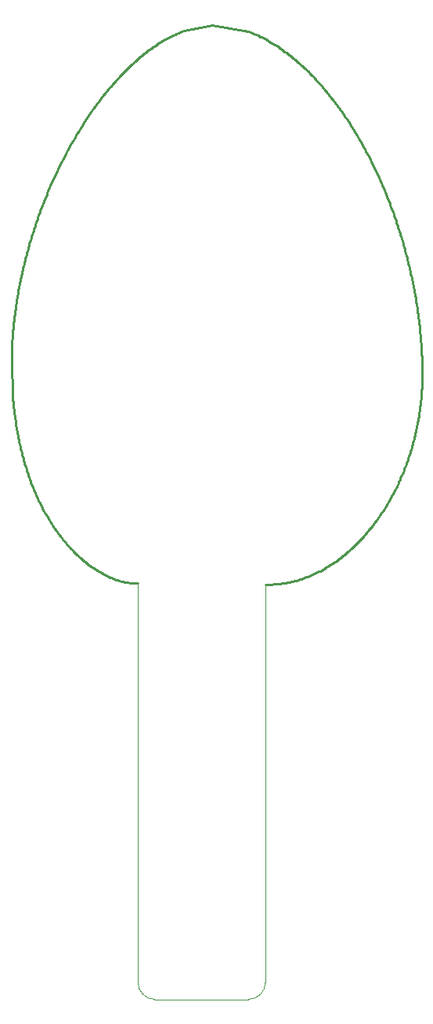
<source format=gbr>
G04 #@! TF.GenerationSoftware,KiCad,Pcbnew,5.1.5+dfsg1-2build2*
G04 #@! TF.CreationDate,2020-11-24T14:56:23+01:00*
G04 #@! TF.ProjectId,GreenEggs_and_Clem,47726565-6e45-4676-9773-5f616e645f43,v0.1*
G04 #@! TF.SameCoordinates,Original*
G04 #@! TF.FileFunction,Profile,NP*
%FSLAX46Y46*%
G04 Gerber Fmt 4.6, Leading zero omitted, Abs format (unit mm)*
G04 Created by KiCad (PCBNEW 5.1.5+dfsg1-2build2) date 2020-11-24 14:56:23*
%MOMM*%
%LPD*%
G04 APERTURE LIST*
%ADD10C,0.050000*%
%ADD11C,0.225000*%
G04 APERTURE END LIST*
D10*
X137890000Y-146940000D02*
X137890000Y-103820000D01*
X151679295Y-146976787D02*
X151679295Y-103990000D01*
X139689991Y-148779351D02*
X149850000Y-148779636D01*
X151679295Y-146976787D02*
G75*
G02X149850000Y-148779636I-1839295J36787D01*
G01*
X139689991Y-148779351D02*
G75*
G02X137890000Y-146940000I50009J1849351D01*
G01*
D11*
X137890000Y-103820000D02*
X137677601Y-103833487D01*
X137677601Y-103833487D02*
X137454041Y-103836747D01*
X137454041Y-103836747D02*
X137235763Y-103829864D01*
X137235763Y-103829864D02*
X137023794Y-103814257D01*
X137023794Y-103814257D02*
X136819047Y-103791280D01*
X136819047Y-103791280D02*
X136622332Y-103762230D01*
X136622332Y-103762230D02*
X136430423Y-103727567D01*
X136430423Y-103727567D02*
X136243800Y-103688075D01*
X136243800Y-103688075D02*
X136058856Y-103643482D01*
X136058856Y-103643482D02*
X135879938Y-103595306D01*
X135879938Y-103595306D02*
X135703284Y-103542990D01*
X135703284Y-103542990D02*
X135529104Y-103486877D01*
X135529104Y-103486877D02*
X135361806Y-103428817D01*
X135361806Y-103428817D02*
X135197434Y-103367855D01*
X135197434Y-103367855D02*
X135031895Y-103302581D01*
X135031895Y-103302581D02*
X134869543Y-103234820D01*
X134869543Y-103234820D02*
X134710525Y-103164881D01*
X134710525Y-103164881D02*
X134554975Y-103093076D01*
X134554975Y-103093076D02*
X134403014Y-103019701D01*
X134403014Y-103019701D02*
X134250381Y-102942801D01*
X134250381Y-102942801D02*
X134101519Y-102864714D01*
X134101519Y-102864714D02*
X133952119Y-102783284D01*
X133952119Y-102783284D02*
X133806645Y-102701043D01*
X133806645Y-102701043D02*
X133660750Y-102615633D01*
X133660750Y-102615633D02*
X133514482Y-102527052D01*
X133514482Y-102527052D02*
X133372327Y-102438115D01*
X133372327Y-102438115D02*
X133234352Y-102349095D01*
X133234352Y-102349095D02*
X133096156Y-102257254D01*
X133096156Y-102257254D02*
X132962243Y-102165685D01*
X132962243Y-102165685D02*
X132828187Y-102071457D01*
X132828187Y-102071457D02*
X132694023Y-101974571D01*
X132694023Y-101974571D02*
X132564258Y-101878378D01*
X132564258Y-101878378D02*
X132434447Y-101779685D01*
X132434447Y-101779685D02*
X132304624Y-101678490D01*
X132304624Y-101678490D02*
X132179293Y-101578405D01*
X132179293Y-101578405D02*
X132049529Y-101472274D01*
X132049529Y-101472274D02*
X131924309Y-101367411D01*
X131924309Y-101367411D02*
X131799180Y-101260194D01*
X131799180Y-101260194D02*
X131674173Y-101150618D01*
X131674173Y-101150618D02*
X131553771Y-101042717D01*
X131553771Y-101042717D02*
X131433526Y-100932613D01*
X131433526Y-100932613D02*
X131313465Y-100820303D01*
X131313465Y-100820303D02*
X131198047Y-100710063D01*
X131198047Y-100710063D02*
X131082841Y-100597768D01*
X131082841Y-100597768D02*
X130963453Y-100478977D01*
X130963453Y-100478977D02*
X130848746Y-100362480D01*
X130848746Y-100362480D02*
X130734315Y-100243918D01*
X130734315Y-100243918D02*
X130624568Y-100127965D01*
X130624568Y-100127965D02*
X130515112Y-100010094D01*
X130515112Y-100010094D02*
X130405971Y-99890303D01*
X130405971Y-99890303D02*
X130297161Y-99768586D01*
X130297161Y-99768586D02*
X130188700Y-99644940D01*
X130188700Y-99644940D02*
X130080608Y-99519362D01*
X130080608Y-99519362D02*
X129968602Y-99386707D01*
X129968602Y-99386707D02*
X129861321Y-99257179D01*
X129861321Y-99257179D02*
X129758730Y-99131002D01*
X129758730Y-99131002D02*
X129652299Y-98997662D01*
X129652299Y-98997662D02*
X129550560Y-98867823D01*
X129550560Y-98867823D02*
X129440841Y-98725132D01*
X129440841Y-98725132D02*
X129335853Y-98585936D01*
X129335853Y-98585936D02*
X129235552Y-98450462D01*
X129235552Y-98450462D02*
X129135742Y-98313179D01*
X129135742Y-98313179D02*
X129036442Y-98174081D01*
X129036442Y-98174081D02*
X128941777Y-98039077D01*
X128941777Y-98039077D02*
X128847607Y-97902401D01*
X128847607Y-97902401D02*
X128749894Y-97758003D01*
X128749894Y-97758003D02*
X128652752Y-97611777D01*
X128652752Y-97611777D02*
X128560215Y-97469929D01*
X128560215Y-97469929D02*
X128468236Y-97326401D01*
X128468236Y-97326401D02*
X128380791Y-97187537D01*
X128380791Y-97187537D02*
X128293885Y-97047131D01*
X128293885Y-97047131D02*
X128199702Y-96892196D01*
X128199702Y-96892196D02*
X128113956Y-96748555D01*
X128113956Y-96748555D02*
X128021072Y-96590085D01*
X128021072Y-96590085D02*
X127921241Y-96416324D01*
X127921241Y-96416324D02*
X127837428Y-96267597D01*
X127837428Y-96267597D02*
X127754234Y-96117315D01*
X127754234Y-96117315D02*
X127671668Y-95965470D01*
X127671668Y-95965470D02*
X127586036Y-95805051D01*
X127586036Y-95805051D02*
X127508478Y-95657090D01*
X127508478Y-95657090D02*
X127420584Y-95486238D01*
X127420584Y-95486238D02*
X127344345Y-95335211D01*
X127344345Y-95335211D02*
X127247253Y-95138928D01*
X127247253Y-95138928D02*
X127161848Y-94962460D01*
X127161848Y-94962460D02*
X127049314Y-94724246D01*
X127049314Y-94724246D02*
X126976315Y-94566101D01*
X126976315Y-94566101D02*
X126883471Y-94360649D01*
X126883471Y-94360649D02*
X126774940Y-94114054D01*
X126774940Y-94114054D02*
X126704620Y-93950398D01*
X126704620Y-93950398D02*
X126635030Y-93785291D01*
X126635030Y-93785291D02*
X126540149Y-93554896D01*
X126540149Y-93554896D02*
X126462717Y-93362123D01*
X126462717Y-93362123D02*
X126386289Y-93167447D01*
X126386289Y-93167447D02*
X126317124Y-92987316D01*
X126317124Y-92987316D02*
X126255004Y-92822168D01*
X126255004Y-92822168D02*
X126193611Y-92655689D01*
X126193611Y-92655689D02*
X126123924Y-92462592D01*
X126123924Y-92462592D02*
X126052264Y-92259223D01*
X126052264Y-92259223D02*
X125993382Y-92088279D01*
X125993382Y-92088279D02*
X125935271Y-91915998D01*
X125935271Y-91915998D02*
X125877941Y-91742380D01*
X125877941Y-91742380D02*
X125821401Y-91567419D01*
X125821401Y-91567419D02*
X125757366Y-91364556D01*
X125757366Y-91364556D02*
X125699837Y-91177780D01*
X125699837Y-91177780D02*
X125637866Y-90971514D01*
X125637866Y-90971514D02*
X125584870Y-90790700D01*
X125584870Y-90790700D02*
X125532714Y-90608537D01*
X125532714Y-90608537D02*
X125481411Y-90425024D01*
X125481411Y-90425024D02*
X125428466Y-90230876D01*
X125428466Y-90230876D02*
X125374029Y-90025881D01*
X125374029Y-90025881D02*
X125313465Y-89790937D01*
X125313465Y-89790937D02*
X125256632Y-89563393D01*
X125256632Y-89563393D02*
X125201102Y-89333886D01*
X125201102Y-89333886D02*
X125158075Y-89150802D01*
X125158075Y-89150802D02*
X125094011Y-88868979D01*
X125094011Y-88868979D02*
X125042486Y-88633571D01*
X125042486Y-88633571D02*
X124992325Y-88396187D01*
X124992325Y-88396187D02*
X124947561Y-88176851D01*
X124947561Y-88176851D02*
X124892292Y-87895289D01*
X124892292Y-87895289D02*
X124855884Y-87702691D01*
X124855884Y-87702691D02*
X124814852Y-87478129D01*
X124814852Y-87478129D02*
X124778603Y-87272531D01*
X124778603Y-87272531D02*
X124745105Y-87075933D01*
X124745105Y-87075933D02*
X124710843Y-86867635D01*
X124710843Y-86867635D02*
X124628173Y-86330203D01*
X124628173Y-86330203D02*
X124596121Y-86106280D01*
X124596121Y-86106280D02*
X124553797Y-85794528D01*
X124553797Y-85794528D02*
X124527296Y-85588686D01*
X124527296Y-85588686D02*
X124501779Y-85381581D01*
X124501779Y-85381581D02*
X124473474Y-85140201D01*
X124473474Y-85140201D02*
X124445320Y-84886035D01*
X124445320Y-84886035D02*
X124404234Y-84484487D01*
X124404234Y-84484487D02*
X124355195Y-83942000D01*
X124355195Y-83942000D02*
X124302544Y-83240863D01*
X124302544Y-83240863D02*
X124205343Y-80254171D01*
X124205343Y-80254171D02*
X124205904Y-80028830D01*
X124205904Y-80028830D02*
X124206000Y-80010000D01*
X145905964Y-43676195D02*
X149841042Y-44353901D01*
X149841042Y-44353901D02*
X150073467Y-44440789D01*
X150073467Y-44440789D02*
X150273600Y-44519690D01*
X150273600Y-44519690D02*
X150433538Y-44585459D01*
X150433538Y-44585459D02*
X150665171Y-44684978D01*
X150665171Y-44684978D02*
X150888477Y-44785697D01*
X150888477Y-44785697D02*
X151103475Y-44887092D01*
X151103475Y-44887092D02*
X151262507Y-44964887D01*
X151262507Y-44964887D02*
X151564113Y-45118949D01*
X151564113Y-45118949D02*
X151730456Y-45207572D01*
X151730456Y-45207572D02*
X151888649Y-45294269D01*
X151888649Y-45294269D02*
X152062396Y-45392201D01*
X152062396Y-45392201D02*
X152212211Y-45478924D01*
X152212211Y-45478924D02*
X152353934Y-45562913D01*
X152353934Y-45562913D02*
X152511161Y-45658308D01*
X152511161Y-45658308D02*
X152683801Y-45765747D01*
X152683801Y-45765747D02*
X152848286Y-45870737D01*
X152848286Y-45870737D02*
X153004648Y-45972922D01*
X153004648Y-45972922D02*
X153168512Y-46082509D01*
X153168512Y-46082509D02*
X153308705Y-46178297D01*
X153308705Y-46178297D02*
X153471946Y-46292203D01*
X153471946Y-46292203D02*
X153750974Y-46492825D01*
X153750974Y-46492825D02*
X153959543Y-46647691D01*
X153959543Y-46647691D02*
X154105941Y-46758912D01*
X154105941Y-46758912D02*
X154244341Y-46865975D01*
X154244341Y-46865975D02*
X154382451Y-46974678D01*
X154382451Y-46974678D02*
X154520266Y-47085012D01*
X154520266Y-47085012D02*
X154657779Y-47196969D01*
X154657779Y-47196969D02*
X154855862Y-47361528D01*
X154855862Y-47361528D02*
X155007787Y-47490383D01*
X155007787Y-47490383D02*
X155129038Y-47594878D01*
X155129038Y-47594878D02*
X155257583Y-47707273D01*
X155257583Y-47707273D02*
X155385831Y-47821070D01*
X155385831Y-47821070D02*
X155521292Y-47943080D01*
X155521292Y-47943080D02*
X155656404Y-48066639D01*
X155656404Y-48066639D02*
X155806117Y-48205738D01*
X155806117Y-48205738D02*
X155925569Y-48318383D01*
X155925569Y-48318383D02*
X156044734Y-48432229D01*
X156044734Y-48432229D02*
X156171024Y-48554504D01*
X156171024Y-48554504D02*
X156296981Y-48678123D01*
X156296981Y-48678123D02*
X156525789Y-48906978D01*
X156525789Y-48906978D02*
X156687465Y-49072062D01*
X156687465Y-49072062D02*
X156804674Y-49193502D01*
X156804674Y-49193502D02*
X156958028Y-49354646D01*
X156958028Y-49354646D02*
X157067222Y-49470956D01*
X157067222Y-49470956D02*
X157197872Y-49611852D01*
X157197872Y-49611852D02*
X157306427Y-49730360D01*
X157306427Y-49730360D02*
X157429097Y-49865868D01*
X157429097Y-49865868D02*
X157544198Y-49994556D01*
X157544198Y-49994556D02*
X157666111Y-50132509D01*
X157666111Y-50132509D02*
X157809034Y-50296404D01*
X157809034Y-50296404D02*
X157915860Y-50420451D01*
X157915860Y-50420451D02*
X158036545Y-50562195D01*
X158036545Y-50562195D02*
X158142692Y-50688279D01*
X158142692Y-50688279D02*
X158248514Y-50815312D01*
X158248514Y-50815312D02*
X158807285Y-51508593D01*
X158807285Y-51508593D02*
X158910973Y-51641498D01*
X158910973Y-51641498D02*
X159034937Y-51802181D01*
X159034937Y-51802181D02*
X159158394Y-51964163D01*
X159158394Y-51964163D02*
X159260879Y-52100131D01*
X159260879Y-52100131D02*
X159376593Y-52255300D01*
X159376593Y-52255300D02*
X159512125Y-52439304D01*
X159512125Y-52439304D02*
X159667174Y-52652834D01*
X159667174Y-52652834D02*
X159767817Y-52793188D01*
X159767817Y-52793188D02*
X159874751Y-52943850D01*
X159874751Y-52943850D02*
X159967963Y-53076479D01*
X159967963Y-53076479D02*
X160126969Y-53305563D01*
X160126969Y-53305563D02*
X160245567Y-53478790D01*
X160245567Y-53478790D02*
X160343964Y-53624066D01*
X160343964Y-53624066D02*
X160441962Y-53770171D01*
X160441962Y-53770171D02*
X160552538Y-53936751D01*
X160552538Y-53936751D02*
X160714201Y-54183632D01*
X160714201Y-54183632D02*
X160817064Y-54342814D01*
X160817064Y-54342814D02*
X160919455Y-54502912D01*
X160919455Y-54502912D02*
X161008654Y-54643741D01*
X161008654Y-54643741D02*
X161122796Y-54825820D01*
X161122796Y-54825820D02*
X161242612Y-55019242D01*
X161242612Y-55019242D02*
X161336715Y-55172826D01*
X161336715Y-55172826D02*
X161424150Y-55316868D01*
X161424150Y-55316868D02*
X161542202Y-55513423D01*
X161542202Y-55513423D02*
X161671852Y-55732089D01*
X161671852Y-55732089D02*
X161763923Y-55889184D01*
X161763923Y-55889184D02*
X161849450Y-56036482D01*
X161849450Y-56036482D02*
X161976995Y-56258638D01*
X161976995Y-56258638D02*
X162079587Y-56439537D01*
X162079587Y-56439537D02*
X162169613Y-56599929D01*
X162169613Y-56599929D02*
X162265128Y-56771813D01*
X162265128Y-56771813D02*
X162413294Y-57042014D01*
X162413294Y-57042014D02*
X162554291Y-57303258D01*
X162554291Y-57303258D02*
X162635970Y-57456480D01*
X162635970Y-57456480D02*
X162734581Y-57643348D01*
X162734581Y-57643348D02*
X162821071Y-57808968D01*
X162821071Y-57808968D02*
X163009605Y-58175720D01*
X163009605Y-58175720D02*
X163100147Y-58354714D01*
X163100147Y-58354714D02*
X163184509Y-58523210D01*
X163184509Y-58523210D02*
X163279502Y-58714966D01*
X163279502Y-58714966D02*
X163362777Y-58884861D01*
X163362777Y-58884861D02*
X163445535Y-59055405D01*
X163445535Y-59055405D02*
X163549619Y-59272349D01*
X163549619Y-59272349D02*
X163625774Y-59432855D01*
X163625774Y-59432855D02*
X163701471Y-59593909D01*
X163701471Y-59593909D02*
X163787418Y-59778642D01*
X163787418Y-59778642D02*
X163867442Y-59952467D01*
X163867442Y-59952467D02*
X163941645Y-60115257D01*
X163941645Y-60115257D02*
X164036360Y-60325339D01*
X164036360Y-60325339D02*
X164114688Y-60501071D01*
X164114688Y-60501071D02*
X164192470Y-60677399D01*
X164192470Y-60677399D02*
X164305552Y-60937082D01*
X164305552Y-60937082D02*
X164392113Y-61138607D01*
X164392113Y-61138607D02*
X164462859Y-61305126D01*
X164462859Y-61305126D02*
X164533114Y-61472144D01*
X164533114Y-61472144D02*
X164627670Y-61699600D01*
X164627670Y-61699600D02*
X164706584Y-61891839D01*
X164706584Y-61891839D02*
X164818877Y-62169287D01*
X164818877Y-62169287D02*
X164896191Y-62363054D01*
X164896191Y-62363054D02*
X164968066Y-62545266D01*
X164968066Y-62545266D02*
X165034623Y-62715816D01*
X165034623Y-62715816D02*
X165100663Y-62886825D01*
X165100663Y-62886825D02*
X165170845Y-63070557D01*
X165170845Y-63070557D02*
X165245048Y-63267109D01*
X165245048Y-63267109D02*
X165309414Y-63439573D01*
X165309414Y-63439573D02*
X165373255Y-63612478D01*
X165373255Y-63612478D02*
X165445566Y-63810620D01*
X165445566Y-63810620D02*
X165521634Y-64021766D01*
X165521634Y-64021766D02*
X165583685Y-64196125D01*
X165583685Y-64196125D02*
X165645196Y-64370905D01*
X165645196Y-64370905D02*
X165719161Y-64583705D01*
X165719161Y-64583705D02*
X165783756Y-64771974D01*
X165783756Y-64771974D02*
X165851962Y-64973311D01*
X165851962Y-64973311D02*
X165911052Y-65149914D01*
X165911052Y-65149914D02*
X165969588Y-65326917D01*
X165969588Y-65326917D02*
X166027567Y-65504316D01*
X166027567Y-65504316D02*
X166093141Y-65707531D01*
X166093141Y-65707531D02*
X166149914Y-65885759D01*
X166149914Y-65885759D02*
X166210115Y-66077139D01*
X166210115Y-66077139D02*
X166265714Y-66256151D01*
X166265714Y-66256151D02*
X166324648Y-66448361D01*
X166324648Y-66448361D02*
X166394499Y-66679568D01*
X166394499Y-66679568D02*
X166459589Y-66898479D01*
X166459589Y-66898479D02*
X166538810Y-67169623D01*
X166538810Y-67169623D02*
X166590890Y-67350822D01*
X166590890Y-67350822D02*
X166667904Y-67623262D01*
X166667904Y-67623262D02*
X166722097Y-67818329D01*
X166722097Y-67818329D02*
X166782688Y-68039868D01*
X166782688Y-68039868D02*
X166842394Y-68261890D01*
X166842394Y-68261890D02*
X166914919Y-68536809D01*
X166914919Y-68536809D02*
X166962510Y-68720483D01*
X166962510Y-68720483D02*
X167036061Y-69009741D01*
X167036061Y-69009741D02*
X167082075Y-69194206D01*
X167082075Y-69194206D02*
X167127473Y-69378970D01*
X167127473Y-69378970D02*
X167175423Y-69577260D01*
X167175423Y-69577260D02*
X167225780Y-69789136D01*
X167225780Y-69789136D02*
X167272246Y-69988110D01*
X167272246Y-69988110D02*
X167321013Y-70200704D01*
X167321013Y-70200704D02*
X167380809Y-70466953D01*
X167380809Y-70466953D02*
X167430610Y-70693694D01*
X167430610Y-70693694D02*
X167476620Y-70907453D01*
X167476620Y-70907453D02*
X167521788Y-71121553D01*
X167521788Y-71121553D02*
X167566111Y-71335983D01*
X167566111Y-71335983D02*
X167606892Y-71537305D01*
X167606892Y-71537305D02*
X167644278Y-71725460D01*
X167644278Y-71725460D02*
X167691379Y-71967723D01*
X167691379Y-71967723D02*
X167739916Y-72223867D01*
X167739916Y-72223867D02*
X167779837Y-72439890D01*
X167779837Y-72439890D02*
X167821299Y-72669734D01*
X167821299Y-72669734D02*
X167857063Y-72872803D01*
X167857063Y-72872803D02*
X167892054Y-73076118D01*
X167892054Y-73076118D02*
X167926265Y-73279670D01*
X167926265Y-73279670D02*
X167964098Y-73510644D01*
X167964098Y-73510644D02*
X167996641Y-73714685D01*
X167996641Y-73714685D02*
X168028398Y-73918950D01*
X168028398Y-73918950D02*
X168061398Y-74137068D01*
X168061398Y-74137068D02*
X168099411Y-74396396D01*
X168099411Y-74396396D02*
X168130427Y-74615028D01*
X168130427Y-74615028D02*
X168158675Y-74820201D01*
X168158675Y-74820201D02*
X168186115Y-75025563D01*
X168186115Y-75025563D02*
X168214493Y-75244824D01*
X168214493Y-75244824D02*
X168240254Y-75450567D01*
X168240254Y-75450567D02*
X168266835Y-75670220D01*
X168266835Y-75670220D02*
X168292477Y-75890062D01*
X168292477Y-75890062D02*
X168318696Y-76123851D01*
X168318696Y-76123851D02*
X168349614Y-76412925D01*
X168349614Y-76412925D02*
X168374814Y-76660937D01*
X168374814Y-76660937D02*
X168396202Y-76881567D01*
X168396202Y-76881567D02*
X168415382Y-77088549D01*
X168415382Y-77088549D02*
X168433717Y-77295662D01*
X168433717Y-77295662D02*
X168453472Y-77530541D01*
X168453472Y-77530541D02*
X168472130Y-77765575D01*
X168472130Y-77765575D02*
X168489690Y-78000754D01*
X168489690Y-78000754D02*
X168506143Y-78236072D01*
X168506143Y-78236072D02*
X168520613Y-78457668D01*
X168520613Y-78457668D02*
X168536513Y-78720952D01*
X168536513Y-78720952D02*
X168548819Y-78942775D01*
X168548819Y-78942775D02*
X168561471Y-79192441D01*
X168561471Y-79192441D02*
X168571650Y-79414457D01*
X168571650Y-79414457D02*
X168581365Y-79650438D01*
X168581365Y-79650438D02*
X168590872Y-79914277D01*
X168590872Y-79914277D02*
X168598165Y-80150422D01*
X168598165Y-80150422D02*
X168603975Y-80372737D01*
X168603975Y-80372737D02*
X168609027Y-80609003D01*
X168609027Y-80609003D02*
X168612916Y-80845319D01*
X168612916Y-80845319D02*
X168615036Y-81019110D01*
X168615036Y-81019110D02*
X168616510Y-81242805D01*
X168616510Y-81242805D02*
X168616140Y-81479773D01*
X168616140Y-81479773D02*
X168613914Y-81707208D01*
X168613914Y-81707208D02*
X168609669Y-81943286D01*
X168609669Y-81943286D02*
X168603467Y-82178890D01*
X168603467Y-82178890D02*
X168595663Y-82404966D01*
X168595663Y-82404966D02*
X168586071Y-82630578D01*
X168586071Y-82630578D02*
X168575188Y-82846716D01*
X168575188Y-82846716D02*
X168562673Y-83062403D01*
X168562673Y-83062403D02*
X168548538Y-83277626D01*
X168548538Y-83277626D02*
X168531403Y-83510247D01*
X168531403Y-83510247D02*
X168513152Y-83733383D01*
X168513152Y-83733383D02*
X168494007Y-83947087D01*
X168494007Y-83947087D02*
X168470575Y-84186895D01*
X168470575Y-84186895D02*
X168446126Y-84417195D01*
X168446126Y-84417195D02*
X168422968Y-84620402D01*
X168422968Y-84620402D02*
X168397279Y-84831909D01*
X168397279Y-84831909D02*
X168371211Y-85034083D01*
X168371211Y-85034083D02*
X168340038Y-85262000D01*
X168340038Y-85262000D02*
X168309675Y-85471783D01*
X168309675Y-85471783D02*
X168279150Y-85672270D01*
X168279150Y-85672270D02*
X168244398Y-85889567D01*
X168244398Y-85889567D02*
X168210986Y-86088893D01*
X168210986Y-86088893D02*
X168176205Y-86287648D01*
X168176205Y-86287648D02*
X168138460Y-86494425D01*
X168138460Y-86494425D02*
X168099243Y-86700557D01*
X168099243Y-86700557D02*
X168053369Y-86931669D01*
X168053369Y-86931669D02*
X168014628Y-87119360D01*
X168014628Y-87119360D02*
X167969130Y-87331953D01*
X167969130Y-87331953D02*
X167925895Y-87526879D01*
X167925895Y-87526879D02*
X167883312Y-87712724D01*
X167883312Y-87712724D02*
X167839535Y-87897976D01*
X167839535Y-87897976D02*
X167792500Y-88090996D01*
X167792500Y-88090996D02*
X167737780Y-88308386D01*
X167737780Y-88308386D02*
X167688009Y-88499964D01*
X167688009Y-88499964D02*
X167636968Y-88690850D01*
X167636968Y-88690850D02*
X167584665Y-88881033D01*
X167584665Y-88881033D02*
X167533459Y-89062280D01*
X167533459Y-89062280D02*
X167481111Y-89242867D01*
X167481111Y-89242867D02*
X167422713Y-89439108D01*
X167422713Y-89439108D02*
X167365488Y-89626415D01*
X167365488Y-89626415D02*
X167307040Y-89812969D01*
X167307040Y-89812969D02*
X167249994Y-89990699D01*
X167249994Y-89990699D02*
X167191844Y-90167727D01*
X167191844Y-90167727D02*
X167129876Y-90352035D01*
X167129876Y-90352035D02*
X167069485Y-90527590D01*
X167069485Y-90527590D02*
X167010830Y-90694487D01*
X167010830Y-90694487D02*
X166951193Y-90860708D01*
X166951193Y-90860708D02*
X166890579Y-91026247D01*
X166890579Y-91026247D02*
X166826040Y-91198931D01*
X166826040Y-91198931D02*
X166763448Y-91363053D01*
X166763448Y-91363053D02*
X166699900Y-91526471D01*
X166699900Y-91526471D02*
X166635402Y-91689178D01*
X166635402Y-91689178D02*
X166560533Y-91874248D01*
X166560533Y-91874248D02*
X166490826Y-92043062D01*
X166490826Y-92043062D02*
X166423334Y-92203447D01*
X166423334Y-92203447D02*
X166354917Y-92363090D01*
X166354917Y-92363090D02*
X166275600Y-92544621D01*
X166275600Y-92544621D02*
X166201848Y-92710155D01*
X166201848Y-92710155D02*
X166109975Y-92912159D01*
X166109975Y-92912159D02*
X166037490Y-93068386D01*
X166037490Y-93068386D02*
X165964112Y-93223830D01*
X165964112Y-93223830D02*
X165875606Y-93407850D01*
X165875606Y-93407850D02*
X165796690Y-93568851D01*
X165796690Y-93568851D02*
X165716817Y-93728964D01*
X165716817Y-93728964D02*
X165635994Y-93888184D01*
X165635994Y-93888184D02*
X165550487Y-94053672D01*
X165550487Y-94053672D02*
X165463958Y-94218162D01*
X165463958Y-94218162D02*
X165330339Y-94466540D01*
X165330339Y-94466540D02*
X165249050Y-94614430D01*
X165249050Y-94614430D02*
X165166934Y-94761463D01*
X165166934Y-94761463D02*
X165076050Y-94921501D01*
X165076050Y-94921501D02*
X164976152Y-95094266D01*
X164976152Y-95094266D02*
X164891352Y-95238422D01*
X164891352Y-95238422D02*
X164789351Y-95408872D01*
X164789351Y-95408872D02*
X164698656Y-95557810D01*
X164698656Y-95557810D02*
X164611274Y-95699049D01*
X164611274Y-95699049D02*
X164523110Y-95839373D01*
X164523110Y-95839373D02*
X164434165Y-95978772D01*
X164434165Y-95978772D02*
X164340159Y-96123811D01*
X164340159Y-96123811D02*
X164245312Y-96267821D01*
X164245312Y-96267821D02*
X164154001Y-96404315D01*
X164154001Y-96404315D02*
X164061935Y-96539857D01*
X164061935Y-96539857D02*
X163969125Y-96674435D01*
X163969125Y-96674435D02*
X163866623Y-96820719D01*
X163866623Y-96820719D02*
X163772266Y-96953259D01*
X163772266Y-96953259D02*
X163677181Y-97084814D01*
X163677181Y-97084814D02*
X163572214Y-97227760D01*
X163572214Y-97227760D02*
X163466387Y-97369507D01*
X163466387Y-97369507D02*
X163364364Y-97503956D01*
X163364364Y-97503956D02*
X163266263Y-97631256D01*
X163266263Y-97631256D02*
X163162743Y-97763518D01*
X163162743Y-97763518D02*
X163048947Y-97906514D01*
X163048947Y-97906514D02*
X162943854Y-98036400D01*
X162943854Y-98036400D02*
X162799346Y-98211660D01*
X162799346Y-98211660D02*
X162668127Y-98367550D01*
X162668127Y-98367550D02*
X162555484Y-98498951D01*
X162555484Y-98498951D02*
X162437109Y-98634690D01*
X162437109Y-98634690D02*
X162327859Y-98757874D01*
X162327859Y-98757874D02*
X162192818Y-98907412D01*
X162192818Y-98907412D02*
X162082012Y-99027910D01*
X162082012Y-99027910D02*
X161970522Y-99147192D01*
X161970522Y-99147192D02*
X161837883Y-99286577D01*
X161837883Y-99286577D02*
X161719768Y-99408439D01*
X161719768Y-99408439D02*
X161600926Y-99528940D01*
X161600926Y-99528940D02*
X161470936Y-99658363D01*
X161470936Y-99658363D02*
X161355852Y-99770905D01*
X161355852Y-99770905D02*
X161224298Y-99897246D01*
X161224298Y-99897246D02*
X161107852Y-100007057D01*
X161107852Y-100007057D02*
X160990782Y-100115577D01*
X160990782Y-100115577D02*
X160840883Y-100251808D01*
X160840883Y-100251808D02*
X160711612Y-100366888D01*
X160711612Y-100366888D02*
X160587054Y-100475699D01*
X160587054Y-100475699D02*
X160461845Y-100583055D01*
X160461845Y-100583055D02*
X160335994Y-100688950D01*
X160335994Y-100688950D02*
X160187443Y-100811379D01*
X160187443Y-100811379D02*
X160043580Y-100927342D01*
X160043580Y-100927342D02*
X159910086Y-101032688D01*
X159910086Y-101032688D02*
X159781530Y-101132107D01*
X159781530Y-101132107D02*
X159646746Y-101234232D01*
X159646746Y-101234232D02*
X159511318Y-101334695D01*
X159511318Y-101334695D02*
X159363885Y-101441643D01*
X159363885Y-101441643D02*
X159215720Y-101546614D01*
X159215720Y-101546614D02*
X159072570Y-101645668D01*
X159072570Y-101645668D02*
X158934530Y-101739017D01*
X158934530Y-101739017D02*
X158790102Y-101834426D01*
X158790102Y-101834426D02*
X158645036Y-101927958D01*
X158645036Y-101927958D02*
X158505183Y-102015969D01*
X158505183Y-102015969D02*
X158364760Y-102102227D01*
X158364760Y-102102227D02*
X158206115Y-102197157D01*
X158206115Y-102197157D02*
X158046775Y-102289837D01*
X158046775Y-102289837D02*
X157892690Y-102376942D01*
X157892690Y-102376942D02*
X157737984Y-102461933D01*
X157737984Y-102461933D02*
X157588653Y-102541646D01*
X157588653Y-102541646D02*
X157432762Y-102622448D01*
X157432762Y-102622448D02*
X157276282Y-102701090D01*
X157276282Y-102701090D02*
X157113174Y-102780458D01*
X157113174Y-102780458D02*
X156955536Y-102854663D01*
X156955536Y-102854663D02*
X156791245Y-102929389D01*
X156791245Y-102929389D02*
X156614141Y-103006991D01*
X156614141Y-103006991D02*
X156454797Y-103074206D01*
X156454797Y-103074206D02*
X156282619Y-103144080D01*
X156282619Y-103144080D02*
X156109860Y-103211333D01*
X156109860Y-103211333D02*
X155942730Y-103273686D01*
X155942730Y-103273686D02*
X155775086Y-103333570D01*
X155775086Y-103333570D02*
X155606933Y-103390964D01*
X155606933Y-103390964D02*
X155425784Y-103449827D01*
X155425784Y-103449827D02*
X155225257Y-103511405D01*
X155225257Y-103511405D02*
X155036672Y-103565898D01*
X155036672Y-103565898D02*
X154847536Y-103617236D01*
X154847536Y-103617236D02*
X154657867Y-103665399D01*
X154657867Y-103665399D02*
X154474029Y-103708917D01*
X154474029Y-103708917D02*
X154270633Y-103753445D01*
X154270633Y-103753445D02*
X154079452Y-103791841D01*
X154079452Y-103791841D02*
X153868621Y-103830305D01*
X153868621Y-103830305D02*
X153670080Y-103862816D01*
X153670080Y-103862816D02*
X153458231Y-103893539D01*
X153458231Y-103893539D02*
X153252334Y-103919478D01*
X153252334Y-103919478D02*
X153045997Y-103941596D01*
X153045997Y-103941596D02*
X152813372Y-103961880D01*
X152813372Y-103961880D02*
X152593214Y-103976534D01*
X152593214Y-103976534D02*
X152366141Y-103987015D01*
X152366141Y-103987015D02*
X152145161Y-103992691D01*
X152145161Y-103992691D02*
X151917300Y-103993861D01*
X151917300Y-103993861D02*
X151695607Y-103990429D01*
X151695607Y-103990429D02*
X151679295Y-103990000D01*
X168615036Y-81019110D02*
X168615036Y-81019110D01*
X124206000Y-80010000D02*
X124208165Y-79751853D01*
X124208165Y-79751853D02*
X124211451Y-79524991D01*
X124211451Y-79524991D02*
X124217215Y-79247476D01*
X124217215Y-79247476D02*
X124223352Y-79020234D01*
X124223352Y-79020234D02*
X124230764Y-78792839D01*
X124230764Y-78792839D02*
X124239440Y-78565299D01*
X124239440Y-78565299D02*
X124249377Y-78337629D01*
X124249377Y-78337629D02*
X124259912Y-78122491D01*
X124259912Y-78122491D02*
X124271561Y-77907255D01*
X124271561Y-77907255D02*
X124284320Y-77691927D01*
X124284320Y-77691927D02*
X124298181Y-77476514D01*
X124298181Y-77476514D02*
X124313139Y-77261028D01*
X124313139Y-77261028D02*
X124329190Y-77045475D01*
X124329190Y-77045475D02*
X124347370Y-76817182D01*
X124347370Y-76817182D02*
X124365652Y-76601521D01*
X124365652Y-76601521D02*
X124385014Y-76385821D01*
X124385014Y-76385821D02*
X124405444Y-76170093D01*
X124405444Y-76170093D02*
X124426941Y-75954342D01*
X124426941Y-75954342D02*
X124449497Y-75738577D01*
X124449497Y-75738577D02*
X124471693Y-75535501D01*
X124471693Y-75535501D02*
X124496294Y-75319736D01*
X124496294Y-75319736D02*
X124521941Y-75103987D01*
X124521941Y-75103987D02*
X124548627Y-74888257D01*
X124548627Y-74888257D02*
X124574690Y-74685245D01*
X124574690Y-74685245D02*
X124603379Y-74469582D01*
X124603379Y-74469582D02*
X124631318Y-74266649D01*
X124631318Y-74266649D02*
X124660159Y-74063766D01*
X124660159Y-74063766D02*
X124689899Y-73860938D01*
X124689899Y-73860938D02*
X124720535Y-73658174D01*
X124720535Y-73658174D02*
X124752061Y-73455483D01*
X124752061Y-73455483D02*
X124784470Y-73252868D01*
X124784470Y-73252868D02*
X124817762Y-73050338D01*
X124817762Y-73050338D02*
X124851931Y-72847903D01*
X124851931Y-72847903D02*
X124886972Y-72645568D01*
X124886972Y-72645568D02*
X124922881Y-72443339D01*
X124922881Y-72443339D02*
X124961983Y-72228598D01*
X124961983Y-72228598D02*
X125002055Y-72013997D01*
X125002055Y-72013997D02*
X125038212Y-71824763D01*
X125038212Y-71824763D02*
X125075116Y-71635649D01*
X125075116Y-71635649D02*
X125115301Y-71434069D01*
X125115301Y-71434069D02*
X125153740Y-71245223D01*
X125153740Y-71245223D02*
X125195553Y-71043942D01*
X125195553Y-71043942D02*
X125235510Y-70855391D01*
X125235510Y-70855391D02*
X125276196Y-70666991D01*
X125276196Y-70666991D02*
X125320394Y-70466205D01*
X125320394Y-70466205D02*
X125371099Y-70240544D01*
X125371099Y-70240544D02*
X125417034Y-70040162D01*
X125417034Y-70040162D02*
X125466732Y-69827477D01*
X125466732Y-69827477D02*
X125511338Y-69640011D01*
X125511338Y-69640011D02*
X125568854Y-69402828D01*
X125568854Y-69402828D02*
X125615056Y-69215800D01*
X125615056Y-69215800D02*
X125665105Y-69016529D01*
X125665105Y-69016529D02*
X125712744Y-68829931D01*
X125712744Y-68829931D02*
X125764321Y-68631130D01*
X125764321Y-68631130D02*
X125826581Y-68395384D01*
X125826581Y-68395384D02*
X125876507Y-68209529D01*
X125876507Y-68209529D02*
X125927111Y-68023909D01*
X125927111Y-68023909D02*
X125988727Y-67801487D01*
X125988727Y-67801487D02*
X126044305Y-67604079D01*
X126044305Y-67604079D02*
X126097100Y-67419274D01*
X126097100Y-67419274D02*
X126150557Y-67234730D01*
X126150557Y-67234730D02*
X126211939Y-67025905D01*
X126211939Y-67025905D02*
X126266795Y-66841937D01*
X126266795Y-66841937D02*
X126333485Y-66621550D01*
X126333485Y-66621550D02*
X126393548Y-66425998D01*
X126393548Y-66425998D02*
X126454343Y-66230781D01*
X126454343Y-66230781D02*
X126519732Y-66023736D01*
X126519732Y-66023736D02*
X126585939Y-65817086D01*
X126585939Y-65817086D02*
X126641072Y-65647209D01*
X126641072Y-65647209D02*
X126696752Y-65477608D01*
X126696752Y-65477608D02*
X126752975Y-65308291D01*
X126752975Y-65308291D02*
X126809740Y-65139262D01*
X126809740Y-65139262D02*
X126875273Y-64946445D01*
X126875273Y-64946445D02*
X126937346Y-64766036D01*
X126937346Y-64766036D02*
X127000028Y-64585974D01*
X127000028Y-64585974D02*
X127059078Y-64418237D01*
X127059078Y-64418237D02*
X127144348Y-64179158D01*
X127144348Y-64179158D02*
X127204672Y-64012195D01*
X127204672Y-64012195D02*
X127265510Y-63845554D01*
X127265510Y-63845554D02*
X127326866Y-63679245D01*
X127326866Y-63679245D02*
X127393176Y-63501428D01*
X127393176Y-63501428D02*
X127478006Y-63276759D01*
X127478006Y-63276759D02*
X127541108Y-63111620D01*
X127541108Y-63111620D02*
X127618407Y-62911570D01*
X127618407Y-62911570D02*
X127682619Y-62747219D01*
X127682619Y-62747219D02*
X127747326Y-62583235D01*
X127747326Y-62583235D02*
X127812527Y-62419616D01*
X127812527Y-62419616D02*
X127878218Y-62256370D01*
X127878218Y-62256370D02*
X127944397Y-62093502D01*
X127944397Y-62093502D02*
X128020624Y-61907836D01*
X128020624Y-61907836D02*
X128087838Y-61745796D01*
X128087838Y-61745796D02*
X128165238Y-61561086D01*
X128165238Y-61561086D02*
X128238365Y-61388397D01*
X128238365Y-61388397D02*
X128331769Y-61170321D01*
X128331769Y-61170321D02*
X128426034Y-60953003D01*
X128426034Y-60953003D02*
X128496040Y-60793364D01*
X128496040Y-60793364D02*
X128586723Y-60588735D01*
X128586723Y-60588735D02*
X128657777Y-60430069D01*
X128657777Y-60430069D02*
X128734412Y-60260551D01*
X128734412Y-60260551D02*
X128806402Y-60102787D01*
X128806402Y-60102787D02*
X128878844Y-59945470D01*
X128878844Y-59945470D02*
X128956951Y-59777410D01*
X128956951Y-59777410D02*
X129061886Y-59554143D01*
X129061886Y-59554143D02*
X129146475Y-59376205D01*
X129146475Y-59376205D02*
X129253011Y-59154639D01*
X129253011Y-59154639D02*
X129328109Y-59000118D01*
X129328109Y-59000118D02*
X129403634Y-58846075D01*
X129403634Y-58846075D02*
X129485026Y-58681563D01*
X129485026Y-58681563D02*
X129577853Y-58495796D01*
X129577853Y-58495796D02*
X129654763Y-58343359D01*
X129654763Y-58343359D02*
X129732087Y-58191419D01*
X129732087Y-58191419D02*
X129809822Y-58039983D01*
X129809822Y-58039983D02*
X129899163Y-57867535D01*
X129899163Y-57867535D02*
X129983401Y-57706477D01*
X129983401Y-57706477D02*
X130090768Y-57503326D01*
X130090768Y-57503326D02*
X130187455Y-57322380D01*
X130187455Y-57322380D02*
X130267515Y-57173955D01*
X130267515Y-57173955D02*
X130365260Y-56994447D01*
X130365260Y-56994447D02*
X130457779Y-56826230D01*
X130457779Y-56826230D02*
X130544971Y-56669175D01*
X130544971Y-56669175D02*
X130626747Y-56523164D01*
X130626747Y-56523164D02*
X130714783Y-56367345D01*
X130714783Y-56367345D02*
X130809166Y-56201851D01*
X130809166Y-56201851D02*
X130898091Y-56047377D01*
X130898091Y-56047377D02*
X130981471Y-55903794D01*
X130981471Y-55903794D02*
X131071212Y-55750599D01*
X131071212Y-55750599D02*
X131191518Y-55547386D01*
X131191518Y-55547386D02*
X131306485Y-55355450D01*
X131306485Y-55355450D02*
X131409906Y-55184652D01*
X131409906Y-55184652D02*
X131495466Y-55044663D01*
X131495466Y-55044663D02*
X131605984Y-54865575D01*
X131605984Y-54865575D02*
X131704700Y-54707237D01*
X131704700Y-54707237D02*
X131853610Y-54471253D01*
X131853610Y-54471253D02*
X131947183Y-54324703D01*
X131947183Y-54324703D02*
X132047415Y-54169183D01*
X132047415Y-54169183D02*
X132148079Y-54014500D01*
X132148079Y-54014500D02*
X132255501Y-53851075D01*
X132255501Y-53851075D02*
X132388859Y-53650524D01*
X132388859Y-53650524D02*
X132561368Y-53394852D01*
X132561368Y-53394852D02*
X132657712Y-53253885D01*
X132657712Y-53253885D02*
X132799662Y-53048534D01*
X132799662Y-53048534D02*
X132896878Y-52909484D01*
X132896878Y-52909484D02*
X132994440Y-52771222D01*
X132994440Y-52771222D02*
X133092346Y-52633756D01*
X133092346Y-52633756D02*
X133197154Y-52488007D01*
X133197154Y-52488007D02*
X133302343Y-52343175D01*
X133302343Y-52343175D02*
X133401303Y-52208235D01*
X133401303Y-52208235D02*
X133500590Y-52074114D01*
X133500590Y-52074114D02*
X133620164Y-51914259D01*
X133620164Y-51914259D02*
X133720162Y-51781960D01*
X133720162Y-51781960D02*
X133840576Y-51624308D01*
X133840576Y-51624308D02*
X133981631Y-51441921D01*
X133981631Y-51441921D02*
X134089506Y-51304083D01*
X134089506Y-51304083D02*
X134190953Y-51175747D01*
X134190953Y-51175747D02*
X134292700Y-51048276D01*
X134292700Y-51048276D02*
X134394743Y-50921679D01*
X134394743Y-50921679D02*
X134503914Y-50787612D01*
X134503914Y-50787612D02*
X134613411Y-50654549D01*
X134613411Y-50654549D02*
X134736985Y-50506064D01*
X134736985Y-50506064D02*
X134860964Y-50358874D01*
X134860964Y-50358874D02*
X134964584Y-50237212D01*
X134964584Y-50237212D02*
X135137888Y-50036466D01*
X135137888Y-50036466D02*
X135256160Y-49901421D01*
X135256160Y-49901421D02*
X135388748Y-49751899D01*
X135388748Y-49751899D02*
X135500722Y-49627149D01*
X135500722Y-49627149D02*
X135620011Y-49495778D01*
X135620011Y-49495778D02*
X135732575Y-49373248D01*
X135732575Y-49373248D02*
X135873680Y-49221616D01*
X135873680Y-49221616D02*
X136008125Y-49079148D01*
X136008125Y-49079148D02*
X136121638Y-48960387D01*
X136121638Y-48960387D02*
X136242537Y-48835419D01*
X136242537Y-48835419D02*
X136378009Y-48697247D01*
X136378009Y-48697247D02*
X136499524Y-48574967D01*
X136499524Y-48574967D02*
X136628498Y-48446889D01*
X136628498Y-48446889D02*
X136750594Y-48327261D01*
X136750594Y-48327261D02*
X136865756Y-48215857D01*
X136865756Y-48215857D02*
X137046169Y-48044112D01*
X137046169Y-48044112D02*
X137190909Y-47908773D01*
X137190909Y-47908773D02*
X137328734Y-47781908D01*
X137328734Y-47781908D02*
X137459592Y-47663265D01*
X137459592Y-47663265D02*
X137590723Y-47546138D01*
X137590723Y-47546138D02*
X137714813Y-47436919D01*
X137714813Y-47436919D02*
X137868418Y-47303889D01*
X137868418Y-47303889D02*
X138000355Y-47191541D01*
X138000355Y-47191541D02*
X138147241Y-47068535D01*
X138147241Y-47068535D02*
X138279689Y-46959486D01*
X138279689Y-46959486D02*
X138404995Y-46857944D01*
X138404995Y-46857944D02*
X138560063Y-46734467D01*
X138560063Y-46734467D02*
X138693219Y-46630365D01*
X138693219Y-46630365D02*
X138826587Y-46527875D01*
X138826587Y-46527875D02*
X139019596Y-46382698D01*
X139019596Y-46382698D02*
X139153461Y-46284191D01*
X139153461Y-46284191D02*
X139302426Y-46176670D01*
X139302426Y-46176670D02*
X139474018Y-46055554D01*
X139474018Y-46055554D02*
X139645900Y-45937167D01*
X139645900Y-45937167D02*
X139788100Y-45841443D01*
X139788100Y-45841443D02*
X139945478Y-45737844D01*
X139945478Y-45737844D02*
X140095560Y-45641340D01*
X140095560Y-45641340D02*
X140253343Y-45542293D01*
X140253343Y-45542293D02*
X140396264Y-45454711D01*
X140396264Y-45454711D02*
X140539339Y-45369073D01*
X140539339Y-45369073D02*
X140682556Y-45285388D01*
X140682556Y-45285388D02*
X140878755Y-45174058D01*
X140878755Y-45174058D02*
X141044956Y-45082759D01*
X141044956Y-45082759D02*
X141203746Y-44998103D01*
X141203746Y-44998103D02*
X141355101Y-44919764D01*
X141355101Y-44919764D02*
X141514145Y-44839920D01*
X141514145Y-44839920D02*
X141726379Y-44737336D01*
X141726379Y-44737336D02*
X141900851Y-44656409D01*
X141900851Y-44656409D02*
X142060245Y-44585165D01*
X142060245Y-44585165D02*
X142250104Y-44503671D01*
X142250104Y-44503671D02*
X142470462Y-44413693D01*
X142470462Y-44413693D02*
X142652905Y-44342957D01*
X142652905Y-44342957D02*
X142858222Y-44267450D01*
X142858222Y-44267450D02*
X145905964Y-43676195D01*
M02*

</source>
